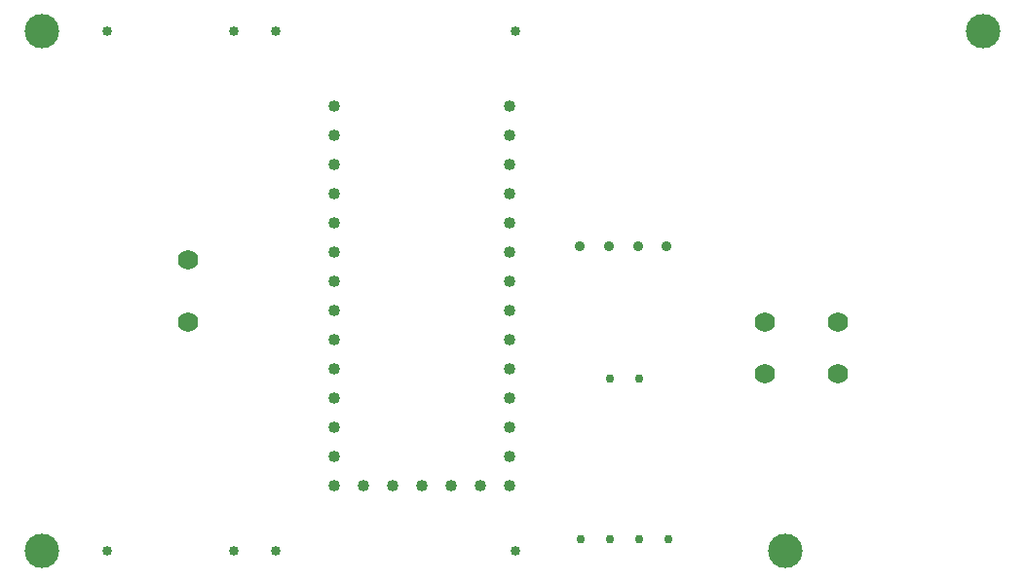
<source format=gbr>
%TF.GenerationSoftware,Altium Limited,Altium Designer,25.1.2 (22)*%
G04 Layer_Color=0*
%FSLAX45Y45*%
%MOMM*%
%TF.SameCoordinates,4AB4E51C-7D8D-4115-BE14-3C7980B33CB2*%
%TF.FilePolarity,Positive*%
%TF.FileFunction,Plated,1,2,PTH,Drill*%
%TF.Part,Single*%
G01*
G75*
%TA.AperFunction,ComponentDrill*%
%ADD42C,1.02000*%
%ADD43C,0.90000*%
%ADD44C,0.76200*%
%ADD45C,0.85000*%
%ADD46C,1.76000*%
%TA.AperFunction,OtherDrill,Pad Free-1 (6.35mm,6.35mm)*%
%ADD47C,3.00000*%
%TA.AperFunction,OtherDrill,Pad Free-4 (6.35mm,51.562mm)*%
%ADD48C,3.00000*%
%TA.AperFunction,OtherDrill,Pad Free-3 (88.138mm,51.562mm)*%
%ADD49C,3.00000*%
%TA.AperFunction,OtherDrill,Pad Free-2 (70.993mm,6.35mm)*%
%ADD50C,3.00000*%
D42*
X3175000Y1206500D02*
D03*
Y1460500D02*
D03*
Y1714500D02*
D03*
Y1968500D02*
D03*
Y2222500D02*
D03*
Y2476500D02*
D03*
Y2730500D02*
D03*
Y2984500D02*
D03*
Y3238500D02*
D03*
Y3492500D02*
D03*
Y3746500D02*
D03*
Y4000500D02*
D03*
Y4254500D02*
D03*
Y4508500D02*
D03*
X4699000Y1206500D02*
D03*
Y1460500D02*
D03*
Y1714500D02*
D03*
Y1968500D02*
D03*
Y2222500D02*
D03*
Y2476500D02*
D03*
Y2730500D02*
D03*
Y2984500D02*
D03*
Y3238500D02*
D03*
Y3492500D02*
D03*
Y3746500D02*
D03*
Y4000500D02*
D03*
Y4254500D02*
D03*
Y4508500D02*
D03*
X3429000Y1206500D02*
D03*
X3683000D02*
D03*
X3937000D02*
D03*
X4191000D02*
D03*
X4445000D02*
D03*
D43*
X5314600Y3289300D02*
D03*
X5564600D02*
D03*
X5814600D02*
D03*
X6064600D02*
D03*
D44*
X6083300Y736600D02*
D03*
X5829300D02*
D03*
X5575300D02*
D03*
X5321300D02*
D03*
X5575300Y2133600D02*
D03*
X5829300D02*
D03*
D45*
X2667000Y635000D02*
D03*
X4750000D02*
D03*
X1206500D02*
D03*
X2306500D02*
D03*
X2667000Y5156200D02*
D03*
X4750000D02*
D03*
X1206500D02*
D03*
X2306500D02*
D03*
D46*
X1905500Y3169700D02*
D03*
Y2623700D02*
D03*
X6921100Y2624200D02*
D03*
Y2179200D02*
D03*
X7556100Y2624200D02*
D03*
Y2179200D02*
D03*
D47*
X635000Y635000D02*
D03*
D48*
Y5156200D02*
D03*
D49*
X8813800D02*
D03*
D50*
X7099300Y635000D02*
D03*
%TF.MD5,6a9a950937568a0ad43e7ec1db44511e*%
M02*

</source>
